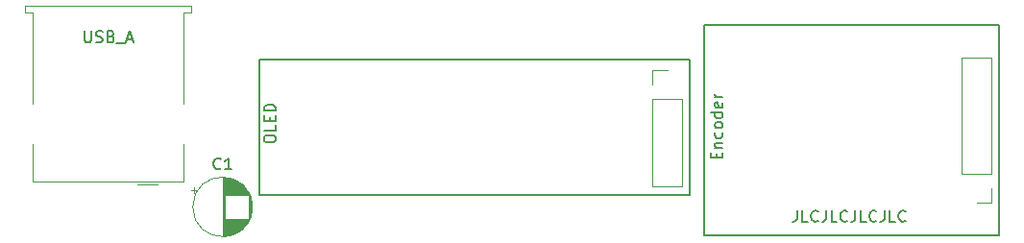
<source format=gbr>
%TF.GenerationSoftware,KiCad,Pcbnew,8.0.0*%
%TF.CreationDate,2024-02-26T11:34:36-08:00*%
%TF.ProjectId,gotek-breakout,676f7465-6b2d-4627-9265-616b6f75742e,rev?*%
%TF.SameCoordinates,Original*%
%TF.FileFunction,Legend,Top*%
%TF.FilePolarity,Positive*%
%FSLAX46Y46*%
G04 Gerber Fmt 4.6, Leading zero omitted, Abs format (unit mm)*
G04 Created by KiCad (PCBNEW 8.0.0) date 2024-02-26 11:34:36*
%MOMM*%
%LPD*%
G01*
G04 APERTURE LIST*
%ADD10C,0.150000*%
%ADD11C,0.120000*%
G04 APERTURE END LIST*
D10*
X121422493Y-57069819D02*
X121422493Y-57784104D01*
X121422493Y-57784104D02*
X121374874Y-57926961D01*
X121374874Y-57926961D02*
X121279636Y-58022200D01*
X121279636Y-58022200D02*
X121136779Y-58069819D01*
X121136779Y-58069819D02*
X121041541Y-58069819D01*
X122374874Y-58069819D02*
X121898684Y-58069819D01*
X121898684Y-58069819D02*
X121898684Y-57069819D01*
X123279636Y-57974580D02*
X123232017Y-58022200D01*
X123232017Y-58022200D02*
X123089160Y-58069819D01*
X123089160Y-58069819D02*
X122993922Y-58069819D01*
X122993922Y-58069819D02*
X122851065Y-58022200D01*
X122851065Y-58022200D02*
X122755827Y-57926961D01*
X122755827Y-57926961D02*
X122708208Y-57831723D01*
X122708208Y-57831723D02*
X122660589Y-57641247D01*
X122660589Y-57641247D02*
X122660589Y-57498390D01*
X122660589Y-57498390D02*
X122708208Y-57307914D01*
X122708208Y-57307914D02*
X122755827Y-57212676D01*
X122755827Y-57212676D02*
X122851065Y-57117438D01*
X122851065Y-57117438D02*
X122993922Y-57069819D01*
X122993922Y-57069819D02*
X123089160Y-57069819D01*
X123089160Y-57069819D02*
X123232017Y-57117438D01*
X123232017Y-57117438D02*
X123279636Y-57165057D01*
X123993922Y-57069819D02*
X123993922Y-57784104D01*
X123993922Y-57784104D02*
X123946303Y-57926961D01*
X123946303Y-57926961D02*
X123851065Y-58022200D01*
X123851065Y-58022200D02*
X123708208Y-58069819D01*
X123708208Y-58069819D02*
X123612970Y-58069819D01*
X124946303Y-58069819D02*
X124470113Y-58069819D01*
X124470113Y-58069819D02*
X124470113Y-57069819D01*
X125851065Y-57974580D02*
X125803446Y-58022200D01*
X125803446Y-58022200D02*
X125660589Y-58069819D01*
X125660589Y-58069819D02*
X125565351Y-58069819D01*
X125565351Y-58069819D02*
X125422494Y-58022200D01*
X125422494Y-58022200D02*
X125327256Y-57926961D01*
X125327256Y-57926961D02*
X125279637Y-57831723D01*
X125279637Y-57831723D02*
X125232018Y-57641247D01*
X125232018Y-57641247D02*
X125232018Y-57498390D01*
X125232018Y-57498390D02*
X125279637Y-57307914D01*
X125279637Y-57307914D02*
X125327256Y-57212676D01*
X125327256Y-57212676D02*
X125422494Y-57117438D01*
X125422494Y-57117438D02*
X125565351Y-57069819D01*
X125565351Y-57069819D02*
X125660589Y-57069819D01*
X125660589Y-57069819D02*
X125803446Y-57117438D01*
X125803446Y-57117438D02*
X125851065Y-57165057D01*
X126565351Y-57069819D02*
X126565351Y-57784104D01*
X126565351Y-57784104D02*
X126517732Y-57926961D01*
X126517732Y-57926961D02*
X126422494Y-58022200D01*
X126422494Y-58022200D02*
X126279637Y-58069819D01*
X126279637Y-58069819D02*
X126184399Y-58069819D01*
X127517732Y-58069819D02*
X127041542Y-58069819D01*
X127041542Y-58069819D02*
X127041542Y-57069819D01*
X128422494Y-57974580D02*
X128374875Y-58022200D01*
X128374875Y-58022200D02*
X128232018Y-58069819D01*
X128232018Y-58069819D02*
X128136780Y-58069819D01*
X128136780Y-58069819D02*
X127993923Y-58022200D01*
X127993923Y-58022200D02*
X127898685Y-57926961D01*
X127898685Y-57926961D02*
X127851066Y-57831723D01*
X127851066Y-57831723D02*
X127803447Y-57641247D01*
X127803447Y-57641247D02*
X127803447Y-57498390D01*
X127803447Y-57498390D02*
X127851066Y-57307914D01*
X127851066Y-57307914D02*
X127898685Y-57212676D01*
X127898685Y-57212676D02*
X127993923Y-57117438D01*
X127993923Y-57117438D02*
X128136780Y-57069819D01*
X128136780Y-57069819D02*
X128232018Y-57069819D01*
X128232018Y-57069819D02*
X128374875Y-57117438D01*
X128374875Y-57117438D02*
X128422494Y-57165057D01*
X129136780Y-57069819D02*
X129136780Y-57784104D01*
X129136780Y-57784104D02*
X129089161Y-57926961D01*
X129089161Y-57926961D02*
X128993923Y-58022200D01*
X128993923Y-58022200D02*
X128851066Y-58069819D01*
X128851066Y-58069819D02*
X128755828Y-58069819D01*
X130089161Y-58069819D02*
X129612971Y-58069819D01*
X129612971Y-58069819D02*
X129612971Y-57069819D01*
X130993923Y-57974580D02*
X130946304Y-58022200D01*
X130946304Y-58022200D02*
X130803447Y-58069819D01*
X130803447Y-58069819D02*
X130708209Y-58069819D01*
X130708209Y-58069819D02*
X130565352Y-58022200D01*
X130565352Y-58022200D02*
X130470114Y-57926961D01*
X130470114Y-57926961D02*
X130422495Y-57831723D01*
X130422495Y-57831723D02*
X130374876Y-57641247D01*
X130374876Y-57641247D02*
X130374876Y-57498390D01*
X130374876Y-57498390D02*
X130422495Y-57307914D01*
X130422495Y-57307914D02*
X130470114Y-57212676D01*
X130470114Y-57212676D02*
X130565352Y-57117438D01*
X130565352Y-57117438D02*
X130708209Y-57069819D01*
X130708209Y-57069819D02*
X130803447Y-57069819D01*
X130803447Y-57069819D02*
X130946304Y-57117438D01*
X130946304Y-57117438D02*
X130993923Y-57165057D01*
X74000000Y-43750000D02*
X112000000Y-43750000D01*
X112000000Y-55750000D01*
X74000000Y-55750000D01*
X74000000Y-43750000D01*
X113250000Y-40750000D02*
X139250000Y-40750000D01*
X139250000Y-59250000D01*
X113250000Y-59250000D01*
X113250000Y-40750000D01*
X58628571Y-41254819D02*
X58628571Y-42064342D01*
X58628571Y-42064342D02*
X58676190Y-42159580D01*
X58676190Y-42159580D02*
X58723809Y-42207200D01*
X58723809Y-42207200D02*
X58819047Y-42254819D01*
X58819047Y-42254819D02*
X59009523Y-42254819D01*
X59009523Y-42254819D02*
X59104761Y-42207200D01*
X59104761Y-42207200D02*
X59152380Y-42159580D01*
X59152380Y-42159580D02*
X59199999Y-42064342D01*
X59199999Y-42064342D02*
X59199999Y-41254819D01*
X59628571Y-42207200D02*
X59771428Y-42254819D01*
X59771428Y-42254819D02*
X60009523Y-42254819D01*
X60009523Y-42254819D02*
X60104761Y-42207200D01*
X60104761Y-42207200D02*
X60152380Y-42159580D01*
X60152380Y-42159580D02*
X60199999Y-42064342D01*
X60199999Y-42064342D02*
X60199999Y-41969104D01*
X60199999Y-41969104D02*
X60152380Y-41873866D01*
X60152380Y-41873866D02*
X60104761Y-41826247D01*
X60104761Y-41826247D02*
X60009523Y-41778628D01*
X60009523Y-41778628D02*
X59819047Y-41731009D01*
X59819047Y-41731009D02*
X59723809Y-41683390D01*
X59723809Y-41683390D02*
X59676190Y-41635771D01*
X59676190Y-41635771D02*
X59628571Y-41540533D01*
X59628571Y-41540533D02*
X59628571Y-41445295D01*
X59628571Y-41445295D02*
X59676190Y-41350057D01*
X59676190Y-41350057D02*
X59723809Y-41302438D01*
X59723809Y-41302438D02*
X59819047Y-41254819D01*
X59819047Y-41254819D02*
X60057142Y-41254819D01*
X60057142Y-41254819D02*
X60199999Y-41302438D01*
X60961904Y-41731009D02*
X61104761Y-41778628D01*
X61104761Y-41778628D02*
X61152380Y-41826247D01*
X61152380Y-41826247D02*
X61199999Y-41921485D01*
X61199999Y-41921485D02*
X61199999Y-42064342D01*
X61199999Y-42064342D02*
X61152380Y-42159580D01*
X61152380Y-42159580D02*
X61104761Y-42207200D01*
X61104761Y-42207200D02*
X61009523Y-42254819D01*
X61009523Y-42254819D02*
X60628571Y-42254819D01*
X60628571Y-42254819D02*
X60628571Y-41254819D01*
X60628571Y-41254819D02*
X60961904Y-41254819D01*
X60961904Y-41254819D02*
X61057142Y-41302438D01*
X61057142Y-41302438D02*
X61104761Y-41350057D01*
X61104761Y-41350057D02*
X61152380Y-41445295D01*
X61152380Y-41445295D02*
X61152380Y-41540533D01*
X61152380Y-41540533D02*
X61104761Y-41635771D01*
X61104761Y-41635771D02*
X61057142Y-41683390D01*
X61057142Y-41683390D02*
X60961904Y-41731009D01*
X60961904Y-41731009D02*
X60628571Y-41731009D01*
X61390476Y-42350057D02*
X62152380Y-42350057D01*
X62342857Y-41969104D02*
X62819047Y-41969104D01*
X62247619Y-42254819D02*
X62580952Y-41254819D01*
X62580952Y-41254819D02*
X62914285Y-42254819D01*
X114331009Y-52438095D02*
X114331009Y-52104762D01*
X114854819Y-51961905D02*
X114854819Y-52438095D01*
X114854819Y-52438095D02*
X113854819Y-52438095D01*
X113854819Y-52438095D02*
X113854819Y-51961905D01*
X114188152Y-51533333D02*
X114854819Y-51533333D01*
X114283390Y-51533333D02*
X114235771Y-51485714D01*
X114235771Y-51485714D02*
X114188152Y-51390476D01*
X114188152Y-51390476D02*
X114188152Y-51247619D01*
X114188152Y-51247619D02*
X114235771Y-51152381D01*
X114235771Y-51152381D02*
X114331009Y-51104762D01*
X114331009Y-51104762D02*
X114854819Y-51104762D01*
X114807200Y-50200000D02*
X114854819Y-50295238D01*
X114854819Y-50295238D02*
X114854819Y-50485714D01*
X114854819Y-50485714D02*
X114807200Y-50580952D01*
X114807200Y-50580952D02*
X114759580Y-50628571D01*
X114759580Y-50628571D02*
X114664342Y-50676190D01*
X114664342Y-50676190D02*
X114378628Y-50676190D01*
X114378628Y-50676190D02*
X114283390Y-50628571D01*
X114283390Y-50628571D02*
X114235771Y-50580952D01*
X114235771Y-50580952D02*
X114188152Y-50485714D01*
X114188152Y-50485714D02*
X114188152Y-50295238D01*
X114188152Y-50295238D02*
X114235771Y-50200000D01*
X114854819Y-49628571D02*
X114807200Y-49723809D01*
X114807200Y-49723809D02*
X114759580Y-49771428D01*
X114759580Y-49771428D02*
X114664342Y-49819047D01*
X114664342Y-49819047D02*
X114378628Y-49819047D01*
X114378628Y-49819047D02*
X114283390Y-49771428D01*
X114283390Y-49771428D02*
X114235771Y-49723809D01*
X114235771Y-49723809D02*
X114188152Y-49628571D01*
X114188152Y-49628571D02*
X114188152Y-49485714D01*
X114188152Y-49485714D02*
X114235771Y-49390476D01*
X114235771Y-49390476D02*
X114283390Y-49342857D01*
X114283390Y-49342857D02*
X114378628Y-49295238D01*
X114378628Y-49295238D02*
X114664342Y-49295238D01*
X114664342Y-49295238D02*
X114759580Y-49342857D01*
X114759580Y-49342857D02*
X114807200Y-49390476D01*
X114807200Y-49390476D02*
X114854819Y-49485714D01*
X114854819Y-49485714D02*
X114854819Y-49628571D01*
X114854819Y-48438095D02*
X113854819Y-48438095D01*
X114807200Y-48438095D02*
X114854819Y-48533333D01*
X114854819Y-48533333D02*
X114854819Y-48723809D01*
X114854819Y-48723809D02*
X114807200Y-48819047D01*
X114807200Y-48819047D02*
X114759580Y-48866666D01*
X114759580Y-48866666D02*
X114664342Y-48914285D01*
X114664342Y-48914285D02*
X114378628Y-48914285D01*
X114378628Y-48914285D02*
X114283390Y-48866666D01*
X114283390Y-48866666D02*
X114235771Y-48819047D01*
X114235771Y-48819047D02*
X114188152Y-48723809D01*
X114188152Y-48723809D02*
X114188152Y-48533333D01*
X114188152Y-48533333D02*
X114235771Y-48438095D01*
X114807200Y-47580952D02*
X114854819Y-47676190D01*
X114854819Y-47676190D02*
X114854819Y-47866666D01*
X114854819Y-47866666D02*
X114807200Y-47961904D01*
X114807200Y-47961904D02*
X114711961Y-48009523D01*
X114711961Y-48009523D02*
X114331009Y-48009523D01*
X114331009Y-48009523D02*
X114235771Y-47961904D01*
X114235771Y-47961904D02*
X114188152Y-47866666D01*
X114188152Y-47866666D02*
X114188152Y-47676190D01*
X114188152Y-47676190D02*
X114235771Y-47580952D01*
X114235771Y-47580952D02*
X114331009Y-47533333D01*
X114331009Y-47533333D02*
X114426247Y-47533333D01*
X114426247Y-47533333D02*
X114521485Y-48009523D01*
X114854819Y-47104761D02*
X114188152Y-47104761D01*
X114378628Y-47104761D02*
X114283390Y-47057142D01*
X114283390Y-47057142D02*
X114235771Y-47009523D01*
X114235771Y-47009523D02*
X114188152Y-46914285D01*
X114188152Y-46914285D02*
X114188152Y-46819047D01*
X70628220Y-53359580D02*
X70580601Y-53407200D01*
X70580601Y-53407200D02*
X70437744Y-53454819D01*
X70437744Y-53454819D02*
X70342506Y-53454819D01*
X70342506Y-53454819D02*
X70199649Y-53407200D01*
X70199649Y-53407200D02*
X70104411Y-53311961D01*
X70104411Y-53311961D02*
X70056792Y-53216723D01*
X70056792Y-53216723D02*
X70009173Y-53026247D01*
X70009173Y-53026247D02*
X70009173Y-52883390D01*
X70009173Y-52883390D02*
X70056792Y-52692914D01*
X70056792Y-52692914D02*
X70104411Y-52597676D01*
X70104411Y-52597676D02*
X70199649Y-52502438D01*
X70199649Y-52502438D02*
X70342506Y-52454819D01*
X70342506Y-52454819D02*
X70437744Y-52454819D01*
X70437744Y-52454819D02*
X70580601Y-52502438D01*
X70580601Y-52502438D02*
X70628220Y-52550057D01*
X71580601Y-53454819D02*
X71009173Y-53454819D01*
X71294887Y-53454819D02*
X71294887Y-52454819D01*
X71294887Y-52454819D02*
X71199649Y-52597676D01*
X71199649Y-52597676D02*
X71104411Y-52692914D01*
X71104411Y-52692914D02*
X71009173Y-52740533D01*
X74454819Y-50852380D02*
X74454819Y-50661904D01*
X74454819Y-50661904D02*
X74502438Y-50566666D01*
X74502438Y-50566666D02*
X74597676Y-50471428D01*
X74597676Y-50471428D02*
X74788152Y-50423809D01*
X74788152Y-50423809D02*
X75121485Y-50423809D01*
X75121485Y-50423809D02*
X75311961Y-50471428D01*
X75311961Y-50471428D02*
X75407200Y-50566666D01*
X75407200Y-50566666D02*
X75454819Y-50661904D01*
X75454819Y-50661904D02*
X75454819Y-50852380D01*
X75454819Y-50852380D02*
X75407200Y-50947618D01*
X75407200Y-50947618D02*
X75311961Y-51042856D01*
X75311961Y-51042856D02*
X75121485Y-51090475D01*
X75121485Y-51090475D02*
X74788152Y-51090475D01*
X74788152Y-51090475D02*
X74597676Y-51042856D01*
X74597676Y-51042856D02*
X74502438Y-50947618D01*
X74502438Y-50947618D02*
X74454819Y-50852380D01*
X75454819Y-49519047D02*
X75454819Y-49995237D01*
X75454819Y-49995237D02*
X74454819Y-49995237D01*
X74931009Y-49185713D02*
X74931009Y-48852380D01*
X75454819Y-48709523D02*
X75454819Y-49185713D01*
X75454819Y-49185713D02*
X74454819Y-49185713D01*
X74454819Y-49185713D02*
X74454819Y-48709523D01*
X75454819Y-48280951D02*
X74454819Y-48280951D01*
X74454819Y-48280951D02*
X74454819Y-48042856D01*
X74454819Y-48042856D02*
X74502438Y-47899999D01*
X74502438Y-47899999D02*
X74597676Y-47804761D01*
X74597676Y-47804761D02*
X74692914Y-47757142D01*
X74692914Y-47757142D02*
X74883390Y-47709523D01*
X74883390Y-47709523D02*
X75026247Y-47709523D01*
X75026247Y-47709523D02*
X75216723Y-47757142D01*
X75216723Y-47757142D02*
X75311961Y-47804761D01*
X75311961Y-47804761D02*
X75407200Y-47899999D01*
X75407200Y-47899999D02*
X75454819Y-48042856D01*
X75454819Y-48042856D02*
X75454819Y-48280951D01*
D11*
%TO.C,J2*%
X53390000Y-39060000D02*
X53390000Y-39580000D01*
X53390000Y-39580000D02*
X54040000Y-39580000D01*
X54040000Y-47690000D02*
X54040000Y-39580000D01*
X54040000Y-54540000D02*
X54040000Y-51210000D01*
X65100000Y-54760000D02*
X63300000Y-54760000D01*
X67360000Y-39580000D02*
X67360000Y-47690000D01*
X67360000Y-39580000D02*
X68010000Y-39580000D01*
X67360000Y-54540000D02*
X54040000Y-54540000D01*
X67360000Y-54540000D02*
X67360000Y-51210000D01*
X68010000Y-39060000D02*
X53390000Y-39060000D01*
X68010000Y-39580000D02*
X68010000Y-39060000D01*
%TO.C,J4*%
X135920000Y-53805000D02*
X135920000Y-43585000D01*
X138580000Y-43585000D02*
X135920000Y-43585000D01*
X138580000Y-53805000D02*
X135920000Y-53805000D01*
X138580000Y-53805000D02*
X138580000Y-43585000D01*
X138580000Y-55075000D02*
X138580000Y-56405000D01*
X138580000Y-56405000D02*
X137250000Y-56405000D01*
%TO.C,C1*%
X67990113Y-55275000D02*
X68490112Y-55275000D01*
X68240112Y-55025000D02*
X68240112Y-55525000D01*
X70794887Y-54170000D02*
X70794887Y-59330000D01*
X70834887Y-54170000D02*
X70834887Y-59330000D01*
X70874887Y-54171001D02*
X70874887Y-59328999D01*
X70914887Y-54172000D02*
X70914887Y-59328000D01*
X70954887Y-54173999D02*
X70954887Y-59326001D01*
X70994887Y-54177000D02*
X70994887Y-59323000D01*
X71034887Y-54181000D02*
X71034887Y-55710000D01*
X71034887Y-57790000D02*
X71034887Y-59319000D01*
X71074886Y-54185000D02*
X71074886Y-55710000D01*
X71074886Y-57790000D02*
X71074886Y-59315000D01*
X71114887Y-54189000D02*
X71114887Y-55710000D01*
X71114887Y-57790000D02*
X71114887Y-59311000D01*
X71154887Y-54194000D02*
X71154887Y-55710000D01*
X71154887Y-57790000D02*
X71154887Y-59306000D01*
X71194887Y-54200000D02*
X71194887Y-55710000D01*
X71194887Y-57790000D02*
X71194887Y-59300000D01*
X71234887Y-54207000D02*
X71234887Y-55709999D01*
X71234887Y-57790001D02*
X71234887Y-59293000D01*
X71274887Y-54214000D02*
X71274887Y-55710000D01*
X71274887Y-57790000D02*
X71274887Y-59286000D01*
X71314887Y-54222000D02*
X71314887Y-55710000D01*
X71314887Y-57790000D02*
X71314887Y-59278000D01*
X71354887Y-54230000D02*
X71354887Y-55710000D01*
X71354887Y-57790000D02*
X71354887Y-59270000D01*
X71394887Y-54238999D02*
X71394887Y-55709999D01*
X71394887Y-57790001D02*
X71394887Y-59261001D01*
X71434887Y-54249000D02*
X71434887Y-55710000D01*
X71434887Y-57790000D02*
X71434887Y-59251000D01*
X71474887Y-54259000D02*
X71474887Y-55710000D01*
X71474887Y-57790000D02*
X71474887Y-59241000D01*
X71515887Y-54270000D02*
X71515887Y-55709999D01*
X71515887Y-57790001D02*
X71515887Y-59230000D01*
X71555887Y-54282000D02*
X71555887Y-55710000D01*
X71555887Y-57790000D02*
X71555887Y-59218000D01*
X71595887Y-54295000D02*
X71595887Y-55710000D01*
X71595887Y-57790000D02*
X71595887Y-59205000D01*
X71635887Y-54308000D02*
X71635887Y-55710000D01*
X71635887Y-57790000D02*
X71635887Y-59192000D01*
X71675887Y-54322000D02*
X71675887Y-55709999D01*
X71675887Y-57790001D02*
X71675887Y-59178000D01*
X71715887Y-54336000D02*
X71715887Y-55710000D01*
X71715887Y-57790000D02*
X71715887Y-59164000D01*
X71755887Y-54352000D02*
X71755887Y-55710000D01*
X71755887Y-57790000D02*
X71755887Y-59148000D01*
X71795886Y-57790000D02*
X71795887Y-59132000D01*
X71795887Y-54368000D02*
X71795886Y-55710000D01*
X71835887Y-54385000D02*
X71835888Y-55710000D01*
X71835888Y-57790000D02*
X71835887Y-59115000D01*
X71875887Y-54402000D02*
X71875887Y-55710000D01*
X71875887Y-57790000D02*
X71875887Y-59098000D01*
X71915887Y-54421000D02*
X71915887Y-55710000D01*
X71915887Y-57790000D02*
X71915887Y-59079000D01*
X71955887Y-54440000D02*
X71955887Y-55709999D01*
X71955887Y-57790001D02*
X71955887Y-59060000D01*
X71995887Y-54460000D02*
X71995887Y-55710000D01*
X71995887Y-57790000D02*
X71995887Y-59040000D01*
X72035887Y-54482000D02*
X72035887Y-55710000D01*
X72035887Y-57790000D02*
X72035887Y-59018000D01*
X72075887Y-54503000D02*
X72075887Y-55710000D01*
X72075887Y-57790000D02*
X72075887Y-58997000D01*
X72115887Y-54526000D02*
X72115887Y-55709999D01*
X72115887Y-57790001D02*
X72115887Y-58974000D01*
X72155887Y-54550000D02*
X72155887Y-55710000D01*
X72155887Y-57790000D02*
X72155887Y-58950000D01*
X72195887Y-54575000D02*
X72195887Y-55710000D01*
X72195887Y-57790000D02*
X72195887Y-58925000D01*
X72235887Y-54601000D02*
X72235887Y-55710000D01*
X72235887Y-57790000D02*
X72235887Y-58899000D01*
X72275887Y-54628000D02*
X72275888Y-55710000D01*
X72275888Y-57790000D02*
X72275887Y-58872000D01*
X72315887Y-54655000D02*
X72315887Y-55710000D01*
X72315887Y-57790000D02*
X72315887Y-58845000D01*
X72355887Y-54685000D02*
X72355887Y-55710000D01*
X72355887Y-57790000D02*
X72355887Y-58815000D01*
X72395886Y-57790000D02*
X72395887Y-58785000D01*
X72395887Y-54715000D02*
X72395886Y-55710000D01*
X72435887Y-54746000D02*
X72435887Y-55710000D01*
X72435887Y-57790000D02*
X72435887Y-58754000D01*
X72475887Y-54779001D02*
X72475887Y-55710000D01*
X72475887Y-57790000D02*
X72475887Y-58720999D01*
X72515887Y-54813000D02*
X72515887Y-55710000D01*
X72515887Y-57790000D02*
X72515887Y-58687000D01*
X72555887Y-57790001D02*
X72555888Y-58651000D01*
X72555888Y-54849000D02*
X72555887Y-55709999D01*
X72595887Y-54886000D02*
X72595887Y-55710000D01*
X72595887Y-57790000D02*
X72595887Y-58614000D01*
X72635887Y-54924000D02*
X72635887Y-55710000D01*
X72635887Y-57790000D02*
X72635887Y-58576000D01*
X72675887Y-54965000D02*
X72675887Y-55710000D01*
X72675887Y-57790000D02*
X72675887Y-58535000D01*
X72715887Y-55006999D02*
X72715888Y-55710000D01*
X72715888Y-57790000D02*
X72715887Y-58493001D01*
X72755886Y-55051000D02*
X72755887Y-55710000D01*
X72755887Y-57790000D02*
X72755886Y-58449000D01*
X72795887Y-57790000D02*
X72795888Y-58403000D01*
X72795888Y-55097000D02*
X72795887Y-55710000D01*
X72835886Y-57790000D02*
X72835887Y-58355000D01*
X72835887Y-55145000D02*
X72835886Y-55710000D01*
X72875887Y-55196000D02*
X72875887Y-55710000D01*
X72875887Y-57790000D02*
X72875887Y-58304000D01*
X72915887Y-55250000D02*
X72915887Y-55710000D01*
X72915887Y-57790000D02*
X72915887Y-58250000D01*
X72955887Y-55307000D02*
X72955887Y-55710000D01*
X72955887Y-57790000D02*
X72955887Y-58193000D01*
X72995887Y-55367000D02*
X72995887Y-55709999D01*
X72995887Y-57790001D02*
X72995887Y-58133000D01*
X73035887Y-55431000D02*
X73035887Y-55710000D01*
X73035887Y-57790000D02*
X73035887Y-58069000D01*
X73075887Y-55498999D02*
X73075887Y-55710000D01*
X73075887Y-57790000D02*
X73075887Y-58001001D01*
X73115887Y-55572000D02*
X73115887Y-57928000D01*
X73155887Y-55652000D02*
X73155887Y-57848000D01*
X73195887Y-55739000D02*
X73195887Y-57761000D01*
X73235887Y-55835000D02*
X73235887Y-57665000D01*
X73275886Y-55945000D02*
X73275886Y-57555000D01*
X73315887Y-56073000D02*
X73315887Y-57427000D01*
X73355887Y-56232000D02*
X73355887Y-57268000D01*
X73395887Y-56466000D02*
X73395887Y-57034000D01*
X73414887Y-56750000D02*
G75*
G02*
X68174885Y-56750000I-2620001J0D01*
G01*
X68174885Y-56750000D02*
G75*
G02*
X73414887Y-56750000I2620001J0D01*
G01*
%TO.C,J3*%
X108670000Y-44670000D02*
X110000000Y-44670000D01*
X108670000Y-46000000D02*
X108670000Y-44670000D01*
X108670000Y-47270000D02*
X108670000Y-54950000D01*
X108670000Y-47270000D02*
X111330000Y-47270000D01*
X108670000Y-54950000D02*
X111330000Y-54950000D01*
X111330000Y-47270000D02*
X111330000Y-54950000D01*
%TD*%
M02*

</source>
